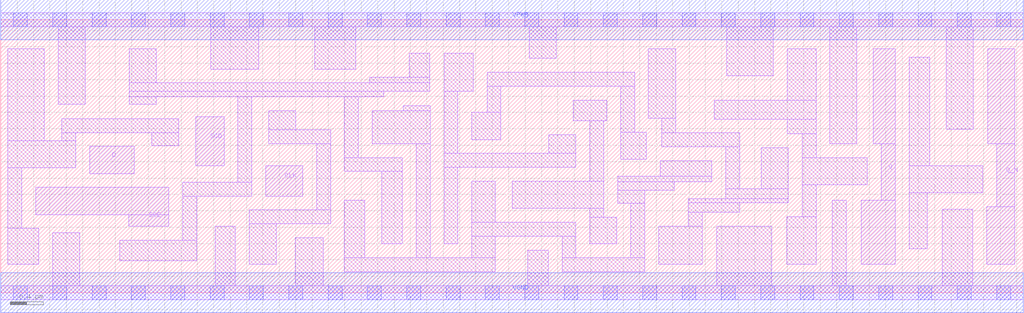
<source format=lef>
# Copyright 2020 The SkyWater PDK Authors
#
# Licensed under the Apache License, Version 2.0 (the "License");
# you may not use this file except in compliance with the License.
# You may obtain a copy of the License at
#
#     https://www.apache.org/licenses/LICENSE-2.0
#
# Unless required by applicable law or agreed to in writing, software
# distributed under the License is distributed on an "AS IS" BASIS,
# WITHOUT WARRANTIES OR CONDITIONS OF ANY KIND, either express or implied.
# See the License for the specific language governing permissions and
# limitations under the License.
#
# SPDX-License-Identifier: Apache-2.0

VERSION 5.7 ;
  NAMESCASESENSITIVE ON ;
  NOWIREEXTENSIONATPIN ON ;
  DIVIDERCHAR "/" ;
  BUSBITCHARS "[]" ;
UNITS
  DATABASE MICRONS 200 ;
END UNITS
MACRO sky130_fd_sc_ms__sdfxbp_1
  CLASS CORE ;
  FOREIGN sky130_fd_sc_ms__sdfxbp_1 ;
  ORIGIN  0.000000  0.000000 ;
  SIZE  12.48000 BY  3.330000 ;
  SYMMETRY X Y ;
  SITE unit ;
  PIN D
    ANTENNAGATEAREA  0.178200 ;
    DIRECTION INPUT ;
    USE SIGNAL ;
    PORT
      LAYER li1 ;
        RECT 1.085000 1.455000 1.630000 1.785000 ;
    END
  END D
  PIN Q
    ANTENNADIFFAREA  0.502100 ;
    DIRECTION OUTPUT ;
    USE SIGNAL ;
    PORT
      LAYER li1 ;
        RECT 10.500000 0.350000 10.915000 1.130000 ;
        RECT 10.650000 1.820000 10.915000 2.980000 ;
        RECT 10.745000 1.130000 10.915000 1.820000 ;
    END
  END Q
  PIN Q_N
    ANTENNADIFFAREA  0.513300 ;
    DIRECTION OUTPUT ;
    USE SIGNAL ;
    PORT
      LAYER li1 ;
        RECT 12.035000 0.350000 12.375000 1.050000 ;
        RECT 12.045000 1.820000 12.375000 2.980000 ;
        RECT 12.155000 1.050000 12.375000 1.820000 ;
    END
  END Q_N
  PIN SCD
    ANTENNAGATEAREA  0.178200 ;
    DIRECTION INPUT ;
    USE SIGNAL ;
    PORT
      LAYER li1 ;
        RECT 2.380000 1.550000 2.725000 2.150000 ;
    END
  END SCD
  PIN SCE
    ANTENNAGATEAREA  0.356400 ;
    DIRECTION INPUT ;
    USE SIGNAL ;
    PORT
      LAYER li1 ;
        RECT 0.425000 0.955000 2.050000 1.285000 ;
        RECT 1.565000 0.810000 2.050000 0.955000 ;
    END
  END SCE
  PIN CLK
    ANTENNAGATEAREA  0.312600 ;
    DIRECTION INPUT ;
    USE CLOCK ;
    PORT
      LAYER li1 ;
        RECT 3.235000 1.180000 3.685000 1.550000 ;
    END
  END CLK
  PIN VGND
    DIRECTION INOUT ;
    USE GROUND ;
    PORT
      LAYER met1 ;
        RECT 0.000000 -0.245000 12.480000 0.245000 ;
    END
  END VGND
  PIN VPWR
    DIRECTION INOUT ;
    USE POWER ;
    PORT
      LAYER met1 ;
        RECT 0.000000 3.085000 12.480000 3.575000 ;
    END
  END VPWR
  OBS
    LAYER li1 ;
      RECT  0.000000 -0.085000 12.480000 0.085000 ;
      RECT  0.000000  3.245000 12.480000 3.415000 ;
      RECT  0.085000  0.350000  0.465000 0.785000 ;
      RECT  0.085000  0.785000  0.255000 1.525000 ;
      RECT  0.085000  1.525000  0.915000 1.855000 ;
      RECT  0.085000  1.855000  0.530000 2.980000 ;
      RECT  0.635000  0.085000  0.965000 0.730000 ;
      RECT  0.700000  2.300000  1.030000 3.245000 ;
      RECT  0.745000  1.855000  0.915000 1.955000 ;
      RECT  0.745000  1.955000  2.170000 2.125000 ;
      RECT  1.455000  0.390000  2.390000 0.640000 ;
      RECT  1.570000  2.300000  1.900000 2.390000 ;
      RECT  1.570000  2.390000  4.675000 2.460000 ;
      RECT  1.570000  2.460000  5.235000 2.560000 ;
      RECT  1.570000  2.560000  1.900000 2.980000 ;
      RECT  1.840000  1.795000  2.170000 1.955000 ;
      RECT  2.220000  0.640000  2.390000 1.180000 ;
      RECT  2.220000  1.180000  3.065000 1.350000 ;
      RECT  2.560000  2.730000  3.150000 3.245000 ;
      RECT  2.615000  0.085000  2.865000 0.810000 ;
      RECT  2.895000  1.350000  3.065000 2.390000 ;
      RECT  3.035000  0.350000  3.365000 0.840000 ;
      RECT  3.035000  0.840000  4.025000 1.010000 ;
      RECT  3.270000  1.820000  4.025000 1.990000 ;
      RECT  3.270000  1.990000  3.600000 2.220000 ;
      RECT  3.595000  0.085000  3.935000 0.670000 ;
      RECT  3.830000  2.730000  4.335000 3.245000 ;
      RECT  3.855000  1.010000  4.025000 1.820000 ;
      RECT  4.195000  0.255000  6.035000 0.425000 ;
      RECT  4.195000  0.425000  4.445000 1.130000 ;
      RECT  4.195000  1.480000  4.900000 1.650000 ;
      RECT  4.195000  1.650000  4.365000 2.390000 ;
      RECT  4.505000  2.560000  5.235000 2.630000 ;
      RECT  4.535000  1.820000  5.240000 2.220000 ;
      RECT  4.650000  0.595000  4.900000 1.480000 ;
      RECT  4.910000  2.220000  5.240000 2.280000 ;
      RECT  4.985000  2.630000  5.235000 2.920000 ;
      RECT  5.070000  0.425000  5.240000 1.820000 ;
      RECT  5.410000  0.595000  5.580000 1.530000 ;
      RECT  5.410000  1.530000  7.020000 1.700000 ;
      RECT  5.410000  1.700000  5.580000 2.460000 ;
      RECT  5.410000  2.460000  5.765000 2.920000 ;
      RECT  5.750000  0.425000  6.035000 0.690000 ;
      RECT  5.750000  0.690000  7.020000 0.860000 ;
      RECT  5.750000  0.860000  6.035000 1.360000 ;
      RECT  5.750000  1.870000  6.105000 2.200000 ;
      RECT  5.935000  2.200000  6.105000 2.520000 ;
      RECT  5.935000  2.520000  7.735000 2.690000 ;
      RECT  6.245000  1.030000  7.360000 1.360000 ;
      RECT  6.430000  0.085000  6.680000 0.520000 ;
      RECT  6.450000  2.860000  6.780000 3.245000 ;
      RECT  6.690000  1.700000  7.020000 1.930000 ;
      RECT  6.850000  0.255000  7.860000 0.425000 ;
      RECT  6.850000  0.425000  7.020000 0.690000 ;
      RECT  6.985000  2.100000  7.395000 2.350000 ;
      RECT  7.190000  0.595000  7.520000 0.920000 ;
      RECT  7.190000  0.920000  7.360000 1.030000 ;
      RECT  7.190000  1.360000  7.360000 2.100000 ;
      RECT  7.530000  1.090000  7.860000 1.250000 ;
      RECT  7.530000  1.250000  8.220000 1.355000 ;
      RECT  7.530000  1.355000  8.680000 1.420000 ;
      RECT  7.565000  1.630000  7.880000 1.960000 ;
      RECT  7.565000  1.960000  7.735000 2.520000 ;
      RECT  7.690000  0.425000  7.860000 1.090000 ;
      RECT  7.905000  2.130000  8.235000 2.980000 ;
      RECT  8.030000  0.350000  8.560000 0.810000 ;
      RECT  8.050000  1.420000  8.680000 1.610000 ;
      RECT  8.065000  1.780000  9.020000 1.950000 ;
      RECT  8.065000  1.950000  8.235000 2.130000 ;
      RECT  8.390000  0.810000  8.560000 0.980000 ;
      RECT  8.390000  0.980000  9.020000 1.100000 ;
      RECT  8.390000  1.100000  9.610000 1.150000 ;
      RECT  8.710000  2.120000  9.950000 2.350000 ;
      RECT  8.740000  0.085000  9.410000 0.810000 ;
      RECT  8.850000  1.150000  9.610000 1.270000 ;
      RECT  8.850000  1.270000  9.020000 1.780000 ;
      RECT  8.860000  2.650000  9.430000 3.245000 ;
      RECT  9.280000  1.270000  9.610000 1.770000 ;
      RECT  9.590000  0.350000  9.950000 0.930000 ;
      RECT  9.600000  1.940000  9.950000 2.120000 ;
      RECT  9.600000  2.350000  9.950000 2.980000 ;
      RECT  9.780000  0.930000  9.950000 1.320000 ;
      RECT  9.780000  1.320000 10.575000 1.650000 ;
      RECT  9.780000  1.650000  9.950000 1.940000 ;
      RECT 10.120000  1.820000 10.450000 3.245000 ;
      RECT 10.150000  0.085000 10.320000 1.130000 ;
      RECT 11.090000  0.540000 11.310000 1.220000 ;
      RECT 11.090000  1.220000 11.985000 1.550000 ;
      RECT 11.090000  1.550000 11.340000 2.875000 ;
      RECT 11.490000  0.085000 11.865000 1.020000 ;
      RECT 11.540000  1.995000 11.870000 3.245000 ;
    LAYER mcon ;
      RECT  0.155000 -0.085000  0.325000 0.085000 ;
      RECT  0.155000  3.245000  0.325000 3.415000 ;
      RECT  0.635000 -0.085000  0.805000 0.085000 ;
      RECT  0.635000  3.245000  0.805000 3.415000 ;
      RECT  1.115000 -0.085000  1.285000 0.085000 ;
      RECT  1.115000  3.245000  1.285000 3.415000 ;
      RECT  1.595000 -0.085000  1.765000 0.085000 ;
      RECT  1.595000  3.245000  1.765000 3.415000 ;
      RECT  2.075000 -0.085000  2.245000 0.085000 ;
      RECT  2.075000  3.245000  2.245000 3.415000 ;
      RECT  2.555000 -0.085000  2.725000 0.085000 ;
      RECT  2.555000  3.245000  2.725000 3.415000 ;
      RECT  3.035000 -0.085000  3.205000 0.085000 ;
      RECT  3.035000  3.245000  3.205000 3.415000 ;
      RECT  3.515000 -0.085000  3.685000 0.085000 ;
      RECT  3.515000  3.245000  3.685000 3.415000 ;
      RECT  3.995000 -0.085000  4.165000 0.085000 ;
      RECT  3.995000  3.245000  4.165000 3.415000 ;
      RECT  4.475000 -0.085000  4.645000 0.085000 ;
      RECT  4.475000  3.245000  4.645000 3.415000 ;
      RECT  4.955000 -0.085000  5.125000 0.085000 ;
      RECT  4.955000  3.245000  5.125000 3.415000 ;
      RECT  5.435000 -0.085000  5.605000 0.085000 ;
      RECT  5.435000  3.245000  5.605000 3.415000 ;
      RECT  5.915000 -0.085000  6.085000 0.085000 ;
      RECT  5.915000  3.245000  6.085000 3.415000 ;
      RECT  6.395000 -0.085000  6.565000 0.085000 ;
      RECT  6.395000  3.245000  6.565000 3.415000 ;
      RECT  6.875000 -0.085000  7.045000 0.085000 ;
      RECT  6.875000  3.245000  7.045000 3.415000 ;
      RECT  7.355000 -0.085000  7.525000 0.085000 ;
      RECT  7.355000  3.245000  7.525000 3.415000 ;
      RECT  7.835000 -0.085000  8.005000 0.085000 ;
      RECT  7.835000  3.245000  8.005000 3.415000 ;
      RECT  8.315000 -0.085000  8.485000 0.085000 ;
      RECT  8.315000  3.245000  8.485000 3.415000 ;
      RECT  8.795000 -0.085000  8.965000 0.085000 ;
      RECT  8.795000  3.245000  8.965000 3.415000 ;
      RECT  9.275000 -0.085000  9.445000 0.085000 ;
      RECT  9.275000  3.245000  9.445000 3.415000 ;
      RECT  9.755000 -0.085000  9.925000 0.085000 ;
      RECT  9.755000  3.245000  9.925000 3.415000 ;
      RECT 10.235000 -0.085000 10.405000 0.085000 ;
      RECT 10.235000  3.245000 10.405000 3.415000 ;
      RECT 10.715000 -0.085000 10.885000 0.085000 ;
      RECT 10.715000  3.245000 10.885000 3.415000 ;
      RECT 11.195000 -0.085000 11.365000 0.085000 ;
      RECT 11.195000  3.245000 11.365000 3.415000 ;
      RECT 11.675000 -0.085000 11.845000 0.085000 ;
      RECT 11.675000  3.245000 11.845000 3.415000 ;
      RECT 12.155000 -0.085000 12.325000 0.085000 ;
      RECT 12.155000  3.245000 12.325000 3.415000 ;
  END
END sky130_fd_sc_ms__sdfxbp_1
END LIBRARY

</source>
